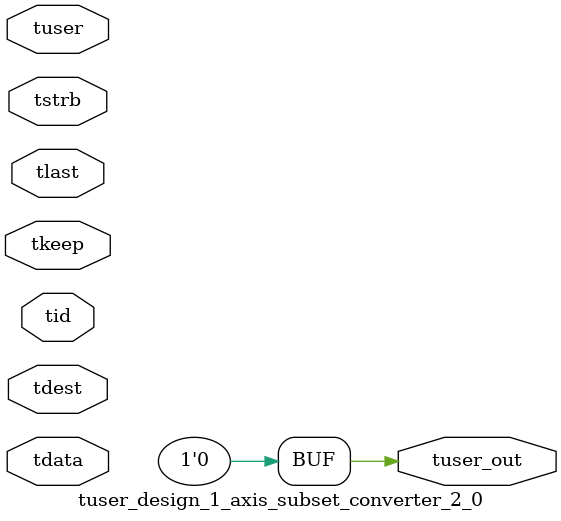
<source format=v>


`timescale 1ps/1ps

module tuser_design_1_axis_subset_converter_2_0 #
(
parameter C_S_AXIS_TUSER_WIDTH = 1,
parameter C_S_AXIS_TDATA_WIDTH = 32,
parameter C_S_AXIS_TID_WIDTH   = 0,
parameter C_S_AXIS_TDEST_WIDTH = 0,
parameter C_M_AXIS_TUSER_WIDTH = 1
)
(
input  [(C_S_AXIS_TUSER_WIDTH == 0 ? 1 : C_S_AXIS_TUSER_WIDTH)-1:0     ] tuser,
input  [(C_S_AXIS_TDATA_WIDTH == 0 ? 1 : C_S_AXIS_TDATA_WIDTH)-1:0     ] tdata,
input  [(C_S_AXIS_TID_WIDTH   == 0 ? 1 : C_S_AXIS_TID_WIDTH)-1:0       ] tid,
input  [(C_S_AXIS_TDEST_WIDTH == 0 ? 1 : C_S_AXIS_TDEST_WIDTH)-1:0     ] tdest,
input  [(C_S_AXIS_TDATA_WIDTH/8)-1:0 ] tkeep,
input  [(C_S_AXIS_TDATA_WIDTH/8)-1:0 ] tstrb,
input                                                                    tlast,
output [C_M_AXIS_TUSER_WIDTH-1:0] tuser_out
);

assign tuser_out = {1'b0};

endmodule


</source>
